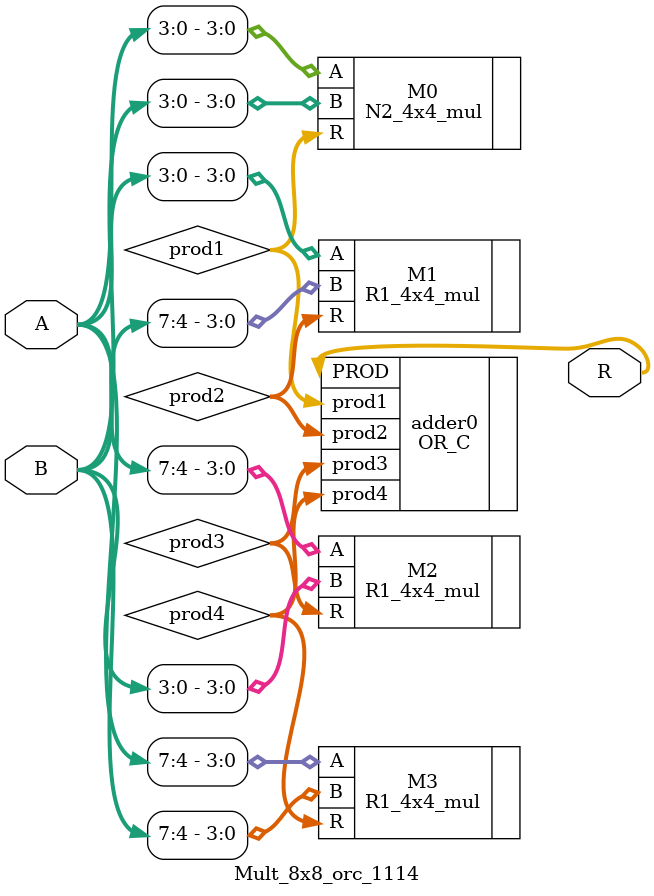
<source format=v>
module Mult_8x8_orc_1114(
input [7:0] A,
input [7:0] B,
output [15:0]R
);
wire [7:0]prod1;
wire [7:0]prod2;
wire [7:0]prod3;
wire [7:0]prod4;

N2_4x4_mul M0(.A(A[3:0]),.B(B[3:0]),.R(prod1));
R1_4x4_mul M1(.A(A[3:0]),.B(B[7:4]),.R(prod2));
R1_4x4_mul M2(.A(A[7:4]),.B(B[3:0]),.R(prod3));
R1_4x4_mul M3(.A(A[7:4]),.B(B[7:4]),.R(prod4));
OR_C adder0(.prod1(prod1),.prod2(prod2),.prod3(prod3),.prod4(prod4),.PROD(R));
endmodule

</source>
